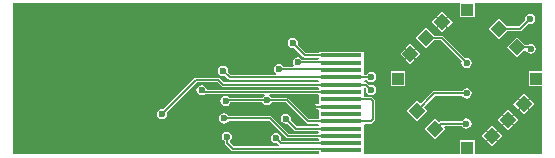
<source format=gtl>
G04*
G04 #@! TF.GenerationSoftware,Altium Limited,Altium Designer,20.2.6 (244)*
G04*
G04 Layer_Physical_Order=1*
G04 Layer_Color=255*
%FSLAX25Y25*%
%MOIN*%
G70*
G04*
G04 #@! TF.SameCoordinates,1782C56F-5B0B-48C2-A17B-6D9890C7136C*
G04*
G04*
G04 #@! TF.FilePolarity,Positive*
G04*
G01*
G75*
%ADD11C,0.00500*%
%ADD19R,0.13780X0.01260*%
%ADD20P,0.05568X4X90.0*%
%ADD21R,0.03937X0.03937*%
%ADD22R,0.03937X0.03937*%
%ADD23C,0.02362*%
G36*
X440576Y326363D02*
Y321704D01*
X445513D01*
Y326363D01*
X468095D01*
X468095Y303609D01*
X463607D01*
Y298672D01*
X468095D01*
X468095Y276000D01*
X445513D01*
Y280578D01*
X440576D01*
Y276000D01*
X408984Y276000D01*
X408532Y276114D01*
X408532Y276500D01*
Y278055D01*
X408532Y278374D01*
X408532D01*
Y278555D01*
X408532D01*
Y280496D01*
X408532Y280815D01*
X408532Y281315D01*
Y282937D01*
X408532Y283256D01*
X408532Y283756D01*
X408532Y285850D01*
X408885Y286204D01*
X410906D01*
X411198Y286262D01*
X411446Y286428D01*
X412155Y287136D01*
X412321Y287385D01*
X412379Y287677D01*
X412379Y287677D01*
Y293701D01*
X412379Y293701D01*
X412321Y293993D01*
X412155Y294241D01*
X411525Y294871D01*
X411277Y295037D01*
X410984Y295095D01*
X408885D01*
X408532Y295449D01*
X408532Y295961D01*
X408532Y298083D01*
X409031Y298273D01*
X409375Y297929D01*
X409270Y297402D01*
X409401Y296746D01*
X409772Y296190D01*
X410328Y295818D01*
X410984Y295688D01*
X411640Y295818D01*
X412196Y296190D01*
X412568Y296746D01*
X412698Y297402D01*
X412568Y298058D01*
X412196Y298614D01*
X411640Y298985D01*
X410984Y299116D01*
X410457Y299011D01*
X409714Y299753D01*
X409466Y299919D01*
X409173Y299977D01*
X408885D01*
X408532Y300331D01*
Y300535D01*
X408885Y300889D01*
X409641D01*
X409883Y300526D01*
X410440Y300154D01*
X411096Y300024D01*
X411752Y300154D01*
X412308Y300526D01*
X412679Y301082D01*
X412810Y301738D01*
X412679Y302394D01*
X412308Y302950D01*
X411752Y303322D01*
X411096Y303452D01*
X410440Y303322D01*
X409883Y302950D01*
X409528Y302418D01*
X408885D01*
X408532Y302772D01*
X408532Y303284D01*
Y305224D01*
X408532D01*
Y305405D01*
X408532D01*
Y307346D01*
X408532Y307665D01*
X408532Y308165D01*
Y310106D01*
X393752D01*
Y309741D01*
X389333D01*
X386530Y312543D01*
X386635Y313071D01*
X386505Y313727D01*
X386133Y314283D01*
X385577Y314654D01*
X384921Y314785D01*
X384265Y314654D01*
X383709Y314283D01*
X383338Y313727D01*
X383207Y313071D01*
X383338Y312415D01*
X383709Y311859D01*
X384265Y311487D01*
X384921Y311357D01*
X385449Y311462D01*
X388475Y308436D01*
X388723Y308270D01*
X389016Y308212D01*
X389016Y308212D01*
X393398D01*
X393520Y308090D01*
X393606Y307907D01*
X393334Y307418D01*
X388086D01*
X387787Y307866D01*
X387231Y308237D01*
X386575Y308368D01*
X385919Y308237D01*
X385363Y307866D01*
X384991Y307310D01*
X384861Y306653D01*
X384991Y305998D01*
X385260Y305595D01*
X385049Y305095D01*
X381826D01*
X381527Y305543D01*
X380971Y305914D01*
X380315Y306045D01*
X379659Y305914D01*
X379103Y305543D01*
X378731Y304987D01*
X378601Y304331D01*
X378731Y303675D01*
X379103Y303119D01*
X379403Y302918D01*
X379251Y302418D01*
X364214D01*
X363278Y303355D01*
X363356Y303746D01*
X363226Y304402D01*
X362854Y304958D01*
X362298Y305330D01*
X361642Y305460D01*
X360986Y305330D01*
X360430Y304958D01*
X360058Y304402D01*
X359928Y303746D01*
X360058Y303090D01*
X360430Y302534D01*
X360986Y302163D01*
X361642Y302032D01*
X362298Y302163D01*
X362303Y302166D01*
X363357Y301113D01*
X363605Y300947D01*
X363898Y300889D01*
X393398D01*
X393752Y300535D01*
Y300291D01*
X393398Y299938D01*
X362049D01*
X360698Y301289D01*
X360450Y301454D01*
X360157Y301513D01*
X352677D01*
X352384Y301454D01*
X352136Y301289D01*
X341788Y290940D01*
X341260Y291045D01*
X340604Y290914D01*
X340048Y290543D01*
X339676Y289987D01*
X339546Y289331D01*
X339676Y288675D01*
X340048Y288119D01*
X340604Y287747D01*
X341260Y287617D01*
X341916Y287747D01*
X342472Y288119D01*
X342843Y288675D01*
X342974Y289331D01*
X342869Y289858D01*
X352994Y299983D01*
X359841D01*
X361192Y298633D01*
X361192Y298633D01*
X361440Y298467D01*
X361732Y298409D01*
X393426D01*
X393752Y298083D01*
Y297890D01*
X393398Y297536D01*
X356198D01*
X356116Y297947D01*
X355745Y298503D01*
X355188Y298875D01*
X354533Y299005D01*
X353877Y298875D01*
X353321Y298503D01*
X352949Y297947D01*
X352819Y297291D01*
X352949Y296635D01*
X353321Y296079D01*
X353877Y295708D01*
X354533Y295577D01*
X355188Y295708D01*
X355636Y296007D01*
X375393D01*
X375544Y295507D01*
X375127Y295228D01*
X374828Y294780D01*
X363873D01*
X363732Y294991D01*
X363176Y295363D01*
X362520Y295494D01*
X361864Y295363D01*
X361308Y294991D01*
X360936Y294436D01*
X360806Y293779D01*
X360936Y293124D01*
X361308Y292567D01*
X361864Y292196D01*
X362520Y292066D01*
X363176Y292196D01*
X363732Y292567D01*
X364103Y293124D01*
X364129Y293251D01*
X374828D01*
X375127Y292804D01*
X375683Y292432D01*
X376339Y292302D01*
X376994Y292432D01*
X377551Y292804D01*
X377850Y293251D01*
X382557D01*
X389381Y286428D01*
X389629Y286262D01*
X389921Y286204D01*
X389921Y286204D01*
X393426D01*
X393752Y285878D01*
Y285685D01*
X393398Y285332D01*
X386183D01*
X384208Y287307D01*
X384313Y287835D01*
X384182Y288491D01*
X383810Y289047D01*
X383254Y289418D01*
X382598Y289549D01*
X381943Y289418D01*
X381386Y289047D01*
X381015Y288491D01*
X380884Y287835D01*
X381015Y287179D01*
X381386Y286623D01*
X381943Y286251D01*
X382598Y286121D01*
X383126Y286226D01*
X385325Y284026D01*
X385574Y283860D01*
X385866Y283802D01*
X393398D01*
X393752Y283449D01*
Y283244D01*
X393398Y282891D01*
X383584D01*
X378021Y288454D01*
X377773Y288620D01*
X377480Y288678D01*
X363558D01*
X363259Y289125D01*
X362703Y289497D01*
X362047Y289627D01*
X361391Y289497D01*
X360835Y289125D01*
X360464Y288569D01*
X360333Y287913D01*
X360464Y287258D01*
X360835Y286701D01*
X361391Y286330D01*
X362047Y286199D01*
X362703Y286330D01*
X363259Y286701D01*
X363558Y287149D01*
X377164D01*
X382727Y281585D01*
X382727Y281585D01*
X382975Y281419D01*
X383268Y281361D01*
X393398D01*
X393752Y281008D01*
Y280803D01*
X393398Y280450D01*
X381262D01*
X380900Y280811D01*
X381005Y281339D01*
X380875Y281995D01*
X380503Y282551D01*
X379947Y282922D01*
X379291Y283053D01*
X378635Y282922D01*
X378079Y282551D01*
X377708Y281995D01*
X377577Y281339D01*
X377708Y280683D01*
X378079Y280127D01*
X378635Y279755D01*
X379291Y279625D01*
X379819Y279730D01*
X380404Y279144D01*
X380471Y279099D01*
X380320Y278599D01*
X365238D01*
X363960Y279877D01*
X364013Y280498D01*
X364165Y280599D01*
X364536Y281155D01*
X364667Y281811D01*
X364536Y282467D01*
X364165Y283023D01*
X363609Y283395D01*
X362953Y283525D01*
X362297Y283395D01*
X361741Y283023D01*
X361369Y282467D01*
X361239Y281811D01*
X361369Y281155D01*
X361741Y280599D01*
X362188Y280300D01*
Y279803D01*
X362246Y279510D01*
X362412Y279262D01*
X364381Y277294D01*
X364629Y277128D01*
X364921Y277070D01*
X393752D01*
Y276500D01*
X393299Y276000D01*
X291748Y276000D01*
X291748Y326363D01*
X440576Y326363D01*
D02*
G37*
G36*
X393752Y295653D02*
X393752Y295142D01*
X393752Y293008D01*
X393398Y292654D01*
X391732D01*
X391732Y292654D01*
X391440Y292596D01*
X391192Y292430D01*
X391152Y292391D01*
X390986Y292143D01*
X390928Y291850D01*
X390986Y291558D01*
X391152Y291310D01*
X391400Y291144D01*
X391693Y291086D01*
X391891Y291125D01*
X393398D01*
X393752Y290772D01*
X393752Y290260D01*
Y288638D01*
X393752Y288319D01*
Y288087D01*
X393398Y287733D01*
X390238D01*
X383415Y294556D01*
X383167Y294722D01*
X382874Y294780D01*
X377850D01*
X377551Y295228D01*
X377133Y295507D01*
X377284Y296007D01*
X393398D01*
X393752Y295653D01*
D02*
G37*
%LPC*%
G36*
X434693Y323562D02*
X433124Y321994D01*
X434693Y320425D01*
X436261Y321994D01*
X434693Y323562D01*
D02*
G37*
G36*
X464055Y322816D02*
X463399Y322686D01*
X462843Y322314D01*
X462472Y321758D01*
X462341Y321102D01*
X462446Y320575D01*
X460480Y318609D01*
X456349D01*
X453623Y321335D01*
X450132Y317844D01*
X453623Y314353D01*
X456349Y317080D01*
X460797D01*
X461090Y317138D01*
X461338Y317303D01*
X463527Y319493D01*
X464055Y319388D01*
X464711Y319519D01*
X465267Y319890D01*
X465639Y320446D01*
X465769Y321102D01*
X465639Y321758D01*
X465267Y322314D01*
X464711Y322686D01*
X464055Y322816D01*
D02*
G37*
G36*
X432770Y321640D02*
X431202Y320071D01*
X432770Y318503D01*
X434339Y320071D01*
X432770Y321640D01*
D02*
G37*
G36*
X436615Y321640D02*
X435046Y320071D01*
X436615Y318503D01*
X438184Y320071D01*
X436615Y321640D01*
D02*
G37*
G36*
X434693Y319718D02*
X433124Y318149D01*
X434693Y316580D01*
X436261Y318149D01*
X434693Y319718D01*
D02*
G37*
G36*
X424114Y312984D02*
X422545Y311415D01*
X424114Y309846D01*
X425682Y311415D01*
X424114Y312984D01*
D02*
G37*
G36*
X459748Y315211D02*
X456256Y311720D01*
X459748Y308229D01*
X462140Y310621D01*
X462590Y310539D01*
X462702Y310476D01*
X463040Y309969D01*
X463596Y309597D01*
X464252Y309467D01*
X464908Y309597D01*
X465464Y309969D01*
X465836Y310525D01*
X465966Y311181D01*
X465836Y311837D01*
X465464Y312393D01*
X464908Y312765D01*
X464252Y312895D01*
X463596Y312765D01*
X463177Y312484D01*
X462474D01*
X459748Y315211D01*
D02*
G37*
G36*
X422191Y311061D02*
X420623Y309493D01*
X422191Y307924D01*
X423760Y309493D01*
X422191Y311061D01*
D02*
G37*
G36*
X426036Y311061D02*
X424467Y309493D01*
X426036Y307924D01*
X427605Y309493D01*
X426036Y311061D01*
D02*
G37*
G36*
X424114Y309139D02*
X422545Y307570D01*
X424114Y306002D01*
X425682Y307570D01*
X424114Y309139D01*
D02*
G37*
G36*
X429403Y318273D02*
X425912Y314782D01*
X429403Y311291D01*
X432129Y314017D01*
X434193D01*
X441265Y306945D01*
X441160Y306417D01*
X441291Y305761D01*
X441662Y305205D01*
X442218Y304834D01*
X442874Y304703D01*
X443530Y304834D01*
X444086Y305205D01*
X444458Y305761D01*
X444588Y306417D01*
X444458Y307073D01*
X444086Y307629D01*
X443530Y308001D01*
X442874Y308131D01*
X442346Y308026D01*
X435050Y315323D01*
X434802Y315489D01*
X434509Y315547D01*
X432129D01*
X429403Y318273D01*
D02*
G37*
G36*
X422481Y303609D02*
X417544D01*
Y298672D01*
X422481D01*
Y303609D01*
D02*
G37*
G36*
X442874Y297974D02*
X442218Y297843D01*
X441662Y297472D01*
X441363Y297024D01*
X432039D01*
X431746Y296966D01*
X431498Y296801D01*
X431498Y296800D01*
X427546Y292848D01*
X426341Y294053D01*
X422850Y290562D01*
X426341Y287071D01*
X429832Y290562D01*
X428627Y291767D01*
X432355Y295495D01*
X441363D01*
X441662Y295048D01*
X442218Y294676D01*
X442874Y294546D01*
X443530Y294676D01*
X444086Y295048D01*
X444458Y295604D01*
X444588Y296260D01*
X444458Y296916D01*
X444086Y297472D01*
X443530Y297843D01*
X442874Y297974D01*
D02*
G37*
G36*
X461975Y296280D02*
X460406Y294712D01*
X461975Y293143D01*
X463543Y294712D01*
X461975Y296280D01*
D02*
G37*
G36*
X460052Y294358D02*
X458484Y292789D01*
X460052Y291221D01*
X461621Y292789D01*
X460052Y294358D01*
D02*
G37*
G36*
X463897Y294358D02*
X462328Y292789D01*
X463897Y291221D01*
X465466Y292789D01*
X463897Y294358D01*
D02*
G37*
G36*
X461975Y292436D02*
X460406Y290867D01*
X461975Y289298D01*
X463543Y290867D01*
X461975Y292436D01*
D02*
G37*
G36*
X456685Y290991D02*
X455117Y289422D01*
X456685Y287854D01*
X458254Y289422D01*
X456685Y290991D01*
D02*
G37*
G36*
X442795Y287934D02*
X442139Y287804D01*
X441583Y287433D01*
X441284Y286985D01*
X434248D01*
X433956Y286927D01*
X433708Y286761D01*
X433670Y286724D01*
X432466Y287929D01*
X428974Y284438D01*
X432466Y280947D01*
X435956Y284438D01*
X435400Y284994D01*
X435592Y285456D01*
X441284D01*
X441583Y285009D01*
X442139Y284637D01*
X442795Y284506D01*
X443451Y284637D01*
X444007Y285009D01*
X444379Y285564D01*
X444509Y286221D01*
X444379Y286876D01*
X444007Y287433D01*
X443451Y287804D01*
X442795Y287934D01*
D02*
G37*
G36*
X458607Y289069D02*
X457039Y287500D01*
X458607Y285931D01*
X460176Y287500D01*
X458607Y289069D01*
D02*
G37*
G36*
X454763Y289069D02*
X453194Y287500D01*
X454763Y285931D01*
X456332Y287500D01*
X454763Y289069D01*
D02*
G37*
G36*
X456685Y287146D02*
X455117Y285578D01*
X456685Y284009D01*
X458254Y285578D01*
X456685Y287146D01*
D02*
G37*
G36*
X451396Y285701D02*
X449827Y284133D01*
X451396Y282564D01*
X452965Y284133D01*
X451396Y285701D01*
D02*
G37*
G36*
X449474Y283779D02*
X447905Y282210D01*
X449474Y280642D01*
X451042Y282210D01*
X449474Y283779D01*
D02*
G37*
G36*
X453318Y283779D02*
X451749Y282210D01*
X453318Y280642D01*
X454887Y282210D01*
X453318Y283779D01*
D02*
G37*
G36*
X451396Y281857D02*
X449827Y280288D01*
X451396Y278719D01*
X452965Y280288D01*
X451396Y281857D01*
D02*
G37*
%LPD*%
D11*
X361723Y303828D02*
X363898Y301654D01*
X352677Y300748D02*
X360157D01*
X341260Y289331D02*
X352677Y300748D01*
X360157D02*
X361732Y299173D01*
X354533Y297291D02*
X355036D01*
X355556Y296772D02*
X401142D01*
X355036Y297291D02*
X355556Y296772D01*
X363898Y301654D02*
X401142D01*
X391732Y291890D02*
X401142D01*
X391693Y291850D02*
X391732Y291890D01*
X376339Y294016D02*
X382874D01*
X401102Y299173D02*
X401142Y299213D01*
X361732Y299173D02*
X401102D01*
X380315Y304331D02*
X400906D01*
X401142Y304095D01*
X376339Y294016D02*
X382874D01*
X362953Y279803D02*
X364921Y277835D01*
X394882Y277244D02*
X401142D01*
X364921Y277835D02*
X394291D01*
X394882Y277244D01*
X376339Y294016D02*
X382874D01*
X362953Y279803D02*
Y281811D01*
X401142Y299213D02*
X409173D01*
X410984Y297402D01*
X401142Y301654D02*
X411011D01*
X411096Y301738D01*
X376339Y294016D02*
X382874D01*
X376339D02*
X382874D01*
X362520Y293779D02*
X362756Y294016D01*
X382874D01*
X380945Y279685D02*
X401142D01*
X379291Y281339D02*
X380945Y279685D01*
X386575Y306653D02*
X401024D01*
X401142Y306535D01*
X389016Y308976D02*
X401142D01*
X384921Y313071D02*
X389016Y308976D01*
X401102Y286968D02*
X401142Y287008D01*
X389921Y286968D02*
X401102D01*
X382874Y294016D02*
X389921Y286968D01*
X401142Y287008D02*
X401181Y286968D01*
X410906D01*
X411614Y287677D02*
Y293701D01*
X410906Y286968D02*
X411614Y287677D01*
X410984Y294331D02*
X411614Y293701D01*
X401142Y294331D02*
X410984D01*
X377480Y287913D02*
X383268Y282126D01*
X362047Y287913D02*
X377480D01*
X383268Y282126D02*
X401142D01*
X382598Y287835D02*
X385866Y284567D01*
X401142D01*
X432466Y284438D02*
X432466D01*
X434248Y286221D01*
X442795D01*
X426341Y290562D02*
X426341D01*
X432039Y296260D01*
X442874D01*
X429403Y314782D02*
X434509D01*
X442874Y306417D01*
X453623Y317844D02*
X460797D01*
X464055Y321102D01*
X459748Y311720D02*
X463209D01*
X463748Y311181D01*
X464252D01*
D19*
X401142Y277244D02*
D03*
Y279685D02*
D03*
Y282126D02*
D03*
Y284567D02*
D03*
Y287008D02*
D03*
Y289449D02*
D03*
Y291890D02*
D03*
Y294331D02*
D03*
Y296772D02*
D03*
Y299213D02*
D03*
Y301654D02*
D03*
Y304095D02*
D03*
Y306535D02*
D03*
Y308976D02*
D03*
D20*
X432466Y284438D02*
D03*
X459748Y311720D02*
D03*
X453623Y317844D02*
D03*
X426341Y290562D02*
D03*
X424114Y309493D02*
D03*
X429403Y314782D02*
D03*
X434693Y320071D02*
D03*
X451396Y282210D02*
D03*
X456685Y287500D02*
D03*
X461975Y292789D02*
D03*
D21*
X466076Y301141D02*
D03*
X420013D02*
D03*
D22*
X443044Y324172D02*
D03*
Y278110D02*
D03*
D23*
X361642Y303746D02*
D03*
X354533Y297291D02*
D03*
X391693Y291850D02*
D03*
X341260Y289331D02*
D03*
X380315Y304331D02*
D03*
X362953Y281811D02*
D03*
X410984Y297402D02*
D03*
X411096Y301738D02*
D03*
X362520Y293779D02*
D03*
X379291Y281339D02*
D03*
X386575Y306653D02*
D03*
X384921Y313071D02*
D03*
X376339Y294016D02*
D03*
X362047Y287913D02*
D03*
X382598Y287835D02*
D03*
X421732Y281063D02*
D03*
X442795Y286221D02*
D03*
X442874Y296260D02*
D03*
Y306417D02*
D03*
X464055Y321102D02*
D03*
X464252Y311181D02*
D03*
M02*

</source>
